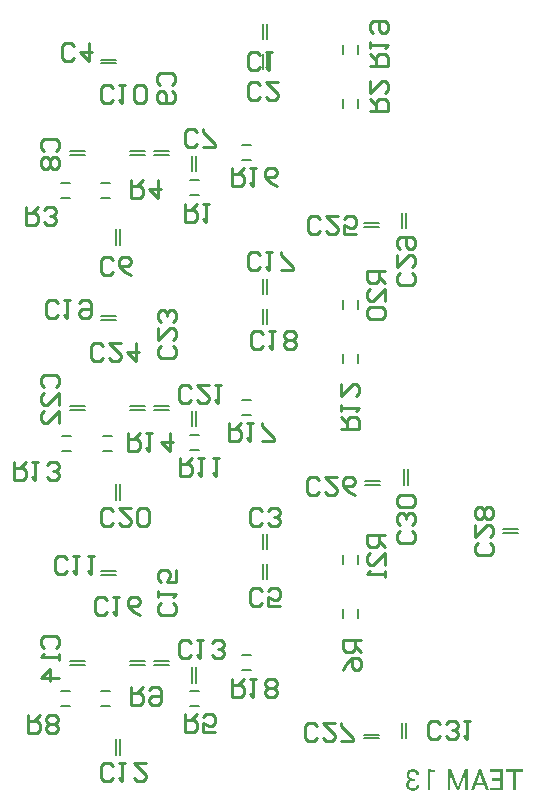
<source format=gbo>
G04 Layer_Color=32896*
%FSLAX44Y44*%
%MOMM*%
G71*
G01*
G75*
%ADD31C,0.2540*%
%ADD32C,0.1270*%
G36*
X478790Y37434D02*
X473021D01*
Y21590D01*
X470619D01*
Y37434D01*
X464762D01*
Y39337D01*
X478790D01*
Y37434D01*
D02*
G37*
G36*
X462243Y21590D02*
X451290D01*
Y23464D01*
X459842D01*
Y29819D01*
X452550D01*
Y31694D01*
X459842D01*
Y37434D01*
X451437D01*
Y39337D01*
X462243D01*
Y21590D01*
D02*
G37*
G36*
X450002D02*
X447542D01*
X445960Y26159D01*
X439254D01*
X437701Y21590D01*
X435241D01*
X441538Y39337D01*
X443588D01*
X450002Y21590D01*
D02*
G37*
G36*
X432664D02*
X430263D01*
Y35325D01*
X430175D01*
X424640Y21590D01*
X422971D01*
X417582Y34886D01*
X417523D01*
Y21590D01*
X415122D01*
Y39337D01*
X418109D01*
X423761Y24899D01*
X423849D01*
X429501Y39337D01*
X432664D01*
Y21590D01*
D02*
G37*
G36*
X404432Y38927D02*
Y37082D01*
X400567Y37112D01*
Y21590D01*
X398165D01*
Y39601D01*
X404432Y38927D01*
D02*
G37*
G36*
X386070Y39572D02*
X386509Y39542D01*
X387300Y39367D01*
X388003Y39162D01*
X388559Y38898D01*
X388823Y38752D01*
X389028Y38635D01*
X389233Y38488D01*
X389379Y38400D01*
X389496Y38312D01*
X389584Y38225D01*
X389643Y38195D01*
X389672Y38166D01*
X389936Y37902D01*
X390170Y37610D01*
X390375Y37346D01*
X390551Y37053D01*
X390814Y36467D01*
X390990Y35940D01*
X391107Y35472D01*
X391136Y35267D01*
Y35091D01*
X391166Y34974D01*
Y34857D01*
Y34798D01*
Y34769D01*
X391136Y34681D01*
X388852D01*
X388823Y35150D01*
X388706Y35559D01*
X388559Y35911D01*
X388383Y36233D01*
X388237Y36497D01*
X388091Y36672D01*
X387974Y36790D01*
X387944Y36819D01*
X387593Y37112D01*
X387212Y37317D01*
X386802Y37492D01*
X386451Y37580D01*
X386129Y37639D01*
X385865Y37697D01*
X385631D01*
X385133Y37668D01*
X384693Y37580D01*
X384342Y37434D01*
X384020Y37287D01*
X383786Y37141D01*
X383639Y36995D01*
X383522Y36907D01*
X383493Y36877D01*
X383258Y36555D01*
X383083Y36204D01*
X382936Y35823D01*
X382848Y35501D01*
X382790Y35179D01*
X382761Y34945D01*
Y34769D01*
Y34739D01*
Y34710D01*
X382790Y34212D01*
X382878Y33744D01*
X382966Y33363D01*
X383083Y33041D01*
X383229Y32777D01*
X383317Y32602D01*
X383405Y32485D01*
X383434Y32455D01*
X383727Y32192D01*
X384049Y31987D01*
X384430Y31869D01*
X384811Y31752D01*
X385133Y31694D01*
X385426Y31665D01*
X387681D01*
Y29819D01*
X385689D01*
X385103Y29790D01*
X384635Y29702D01*
X384196Y29556D01*
X383873Y29409D01*
X383610Y29234D01*
X383434Y29117D01*
X383317Y28999D01*
X383288Y28970D01*
X383024Y28619D01*
X382819Y28238D01*
X382702Y27828D01*
X382585Y27418D01*
X382526Y27067D01*
X382497Y26744D01*
Y26627D01*
Y26569D01*
Y26510D01*
Y26481D01*
X382526Y25954D01*
X382614Y25485D01*
X382761Y25075D01*
X382907Y24753D01*
X383083Y24460D01*
X383200Y24284D01*
X383317Y24138D01*
X383346Y24109D01*
X383668Y23816D01*
X384049Y23582D01*
X384430Y23435D01*
X384781Y23318D01*
X385133Y23259D01*
X385396Y23230D01*
X385572Y23201D01*
X385631D01*
X386158Y23230D01*
X386626Y23347D01*
X387066Y23494D01*
X387417Y23640D01*
X387681Y23816D01*
X387886Y23933D01*
X388003Y24050D01*
X388061Y24079D01*
X388354Y24431D01*
X388588Y24782D01*
X388735Y25163D01*
X388852Y25485D01*
X388911Y25807D01*
X388940Y26042D01*
X388969Y26188D01*
Y26247D01*
X391283D01*
X391312Y26188D01*
Y25778D01*
X391254Y25397D01*
X391166Y25046D01*
X391078Y24724D01*
X390814Y24109D01*
X390492Y23611D01*
X390199Y23201D01*
X389906Y22908D01*
X389789Y22820D01*
X389701Y22732D01*
X389672Y22703D01*
X389643Y22674D01*
X389321Y22439D01*
X388969Y22234D01*
X388296Y21912D01*
X387622Y21678D01*
X386978Y21531D01*
X386451Y21414D01*
X386216Y21385D01*
X386011D01*
X385865Y21356D01*
X385631D01*
X385191Y21385D01*
X384752Y21414D01*
X383961Y21561D01*
X383288Y21795D01*
X382702Y22029D01*
X382468Y22146D01*
X382263Y22264D01*
X382087Y22381D01*
X381911Y22498D01*
X381794Y22586D01*
X381706Y22644D01*
X381677Y22703D01*
X381648D01*
X381384Y22966D01*
X381120Y23259D01*
X380915Y23582D01*
X380740Y23874D01*
X380476Y24519D01*
X380300Y25134D01*
X380183Y25690D01*
X380154Y25924D01*
X380125Y26129D01*
X380095Y26305D01*
Y26422D01*
Y26510D01*
Y26539D01*
X380125Y27096D01*
X380213Y27594D01*
X380330Y28062D01*
X380447Y28443D01*
X380564Y28765D01*
X380681Y28970D01*
X380769Y29117D01*
X380798Y29175D01*
X381091Y29556D01*
X381413Y29878D01*
X381735Y30171D01*
X382058Y30376D01*
X382351Y30552D01*
X382614Y30698D01*
X382761Y30757D01*
X382790Y30786D01*
X382819D01*
X382409Y31020D01*
X382028Y31284D01*
X381735Y31547D01*
X381472Y31811D01*
X381267Y32045D01*
X381120Y32221D01*
X381033Y32338D01*
X381003Y32397D01*
X380798Y32777D01*
X380623Y33187D01*
X380505Y33568D01*
X380447Y33919D01*
X380388Y34212D01*
X380359Y34447D01*
Y34593D01*
Y34652D01*
X380388Y35091D01*
X380418Y35501D01*
X380564Y36262D01*
X380798Y36877D01*
X381062Y37404D01*
X381325Y37815D01*
X381530Y38107D01*
X381706Y38283D01*
X381735Y38342D01*
X381765D01*
X382028Y38576D01*
X382321Y38752D01*
X382966Y39074D01*
X383610Y39308D01*
X384225Y39455D01*
X384781Y39542D01*
X385016Y39572D01*
X385221D01*
X385396Y39601D01*
X385631D01*
X386070Y39572D01*
D02*
G37*
%LPC*%
G36*
X442621Y35794D02*
X442534D01*
X439957Y28150D01*
X445257D01*
X442621Y35794D01*
D02*
G37*
%LPD*%
D31*
X361950Y237490D02*
X346715D01*
Y229872D01*
X349254Y227333D01*
X354333D01*
X356872Y229872D01*
Y237490D01*
Y232412D02*
X361950Y227333D01*
Y212098D02*
Y222255D01*
X351793Y212098D01*
X349254D01*
X346715Y214637D01*
Y219716D01*
X349254Y222255D01*
X361950Y207020D02*
Y201942D01*
Y204481D01*
X346715D01*
X349254Y207020D01*
X361950Y461010D02*
X346715D01*
Y453392D01*
X349254Y450853D01*
X354333D01*
X356872Y453392D01*
Y461010D01*
Y455932D02*
X361950Y450853D01*
Y435618D02*
Y445775D01*
X351793Y435618D01*
X349254D01*
X346715Y438157D01*
Y443236D01*
X349254Y445775D01*
Y430540D02*
X346715Y428001D01*
Y422922D01*
X349254Y420383D01*
X359411D01*
X361950Y422922D01*
Y428001D01*
X359411Y430540D01*
X349254D01*
X349377Y635127D02*
X364612D01*
Y642745D01*
X362073Y645284D01*
X356995D01*
X354455Y642745D01*
Y635127D01*
Y640205D02*
X349377Y645284D01*
Y650362D02*
Y655440D01*
Y652901D01*
X364612D01*
X362073Y650362D01*
X351916Y663058D02*
X349377Y665597D01*
Y670676D01*
X351916Y673215D01*
X362073D01*
X364612Y670676D01*
Y665597D01*
X362073Y663058D01*
X359534D01*
X356995Y665597D01*
Y673215D01*
X232410Y115570D02*
Y100335D01*
X240028D01*
X242567Y102874D01*
Y107952D01*
X240028Y110492D01*
X232410D01*
X237488D02*
X242567Y115570D01*
X247645D02*
X252723D01*
X250184D01*
Y100335D01*
X247645Y102874D01*
X260341D02*
X262880Y100335D01*
X267959D01*
X270498Y102874D01*
Y105413D01*
X267959Y107952D01*
X270498Y110492D01*
Y113031D01*
X267959Y115570D01*
X262880D01*
X260341Y113031D01*
Y110492D01*
X262880Y107952D01*
X260341Y105413D01*
Y102874D01*
X262880Y107952D02*
X267959D01*
X229870Y332740D02*
Y317505D01*
X237488D01*
X240027Y320044D01*
Y325122D01*
X237488Y327662D01*
X229870D01*
X234948D02*
X240027Y332740D01*
X245105D02*
X250183D01*
X247644D01*
Y317505D01*
X245105Y320044D01*
X257801Y317505D02*
X267958D01*
Y320044D01*
X257801Y330201D01*
Y332740D01*
X232410Y548640D02*
Y533405D01*
X240028D01*
X242567Y535944D01*
Y541022D01*
X240028Y543562D01*
X232410D01*
X237488D02*
X242567Y548640D01*
X247645D02*
X252723D01*
X250184D01*
Y533405D01*
X247645Y535944D01*
X270498Y533405D02*
X265419Y535944D01*
X260341Y541022D01*
Y546101D01*
X262880Y548640D01*
X267959D01*
X270498Y546101D01*
Y543562D01*
X267959Y541022D01*
X260341D01*
X144780Y323850D02*
Y308615D01*
X152397D01*
X154937Y311154D01*
Y316232D01*
X152397Y318772D01*
X144780D01*
X149858D02*
X154937Y323850D01*
X160015D02*
X165093D01*
X162554D01*
Y308615D01*
X160015Y311154D01*
X180329Y323850D02*
Y308615D01*
X172711Y316232D01*
X182868D01*
X48260Y299720D02*
Y284485D01*
X55877D01*
X58417Y287024D01*
Y292103D01*
X55877Y294642D01*
X48260D01*
X53338D02*
X58417Y299720D01*
X63495D02*
X68573D01*
X66034D01*
Y284485D01*
X63495Y287024D01*
X76191D02*
X78730Y284485D01*
X83808D01*
X86348Y287024D01*
Y289563D01*
X83808Y292103D01*
X81269D01*
X83808D01*
X86348Y294642D01*
Y297181D01*
X83808Y299720D01*
X78730D01*
X76191Y297181D01*
X325120Y327660D02*
X340355D01*
Y335277D01*
X337816Y337817D01*
X332738D01*
X330198Y335277D01*
Y327660D01*
Y332738D02*
X325120Y337817D01*
Y342895D02*
Y347973D01*
Y345434D01*
X340355D01*
X337816Y342895D01*
X325120Y365748D02*
Y355591D01*
X335277Y365748D01*
X337816D01*
X340355Y363209D01*
Y358130D01*
X337816Y355591D01*
X188810Y303385D02*
Y288150D01*
X196428D01*
X198967Y290689D01*
Y295767D01*
X196428Y298307D01*
X188810D01*
X193889D02*
X198967Y303385D01*
X204046D02*
X209124D01*
X206585D01*
Y288150D01*
X204046Y290689D01*
X216741Y303385D02*
X221820D01*
X219280D01*
Y288150D01*
X216741Y290689D01*
X147320Y109220D02*
Y93985D01*
X154937D01*
X157477Y96524D01*
Y101602D01*
X154937Y104142D01*
X147320D01*
X152398D02*
X157477Y109220D01*
X162555Y106681D02*
X165094Y109220D01*
X170173D01*
X172712Y106681D01*
Y96524D01*
X170173Y93985D01*
X165094D01*
X162555Y96524D01*
Y99063D01*
X165094Y101602D01*
X172712D01*
X59690Y85090D02*
Y69855D01*
X67308D01*
X69847Y72394D01*
Y77473D01*
X67308Y80012D01*
X59690D01*
X64768D02*
X69847Y85090D01*
X74925Y72394D02*
X77464Y69855D01*
X82543D01*
X85082Y72394D01*
Y74933D01*
X82543Y77473D01*
X85082Y80012D01*
Y82551D01*
X82543Y85090D01*
X77464D01*
X74925Y82551D01*
Y80012D01*
X77464Y77473D01*
X74925Y74933D01*
Y72394D01*
X77464Y77473D02*
X82543D01*
X341630Y148590D02*
X326395D01*
Y140972D01*
X328934Y138433D01*
X334012D01*
X336552Y140972D01*
Y148590D01*
Y143512D02*
X341630Y138433D01*
X326395Y123198D02*
X328934Y128277D01*
X334012Y133355D01*
X339091D01*
X341630Y130816D01*
Y125737D01*
X339091Y123198D01*
X336552D01*
X334012Y125737D01*
Y133355D01*
X193040Y86360D02*
Y71125D01*
X200658D01*
X203197Y73664D01*
Y78742D01*
X200658Y81282D01*
X193040D01*
X198118D02*
X203197Y86360D01*
X218432Y71125D02*
X208275D01*
Y78742D01*
X213353Y76203D01*
X215893D01*
X218432Y78742D01*
Y83821D01*
X215893Y86360D01*
X210814D01*
X208275Y83821D01*
X147320Y538480D02*
Y523245D01*
X154937D01*
X157477Y525784D01*
Y530863D01*
X154937Y533402D01*
X147320D01*
X152398D02*
X157477Y538480D01*
X170173D02*
Y523245D01*
X162555Y530863D01*
X172712D01*
X58420Y515620D02*
Y500385D01*
X66038D01*
X68577Y502924D01*
Y508003D01*
X66038Y510542D01*
X58420D01*
X63498D02*
X68577Y515620D01*
X73655Y502924D02*
X76194Y500385D01*
X81273D01*
X83812Y502924D01*
Y505463D01*
X81273Y508003D01*
X78733D01*
X81273D01*
X83812Y510542D01*
Y513081D01*
X81273Y515620D01*
X76194D01*
X73655Y513081D01*
X349250Y596900D02*
X364485D01*
Y604518D01*
X361946Y607057D01*
X356867D01*
X354328Y604518D01*
Y596900D01*
Y601978D02*
X349250Y607057D01*
Y622292D02*
Y612135D01*
X359407Y622292D01*
X361946D01*
X364485Y619753D01*
Y614674D01*
X361946Y612135D01*
X193040Y518160D02*
Y502925D01*
X200658D01*
X203197Y505464D01*
Y510542D01*
X200658Y513082D01*
X193040D01*
X198118D02*
X203197Y518160D01*
X208275D02*
X213353D01*
X210814D01*
Y502925D01*
X208275Y505464D01*
X408937Y67314D02*
X406398Y64775D01*
X401319D01*
X398780Y67314D01*
Y77471D01*
X401319Y80010D01*
X406398D01*
X408937Y77471D01*
X414015Y67314D02*
X416554Y64775D01*
X421633D01*
X424172Y67314D01*
Y69853D01*
X421633Y72393D01*
X419093D01*
X421633D01*
X424172Y74932D01*
Y77471D01*
X421633Y80010D01*
X416554D01*
X414015Y77471D01*
X429250Y80010D02*
X434328D01*
X431789D01*
Y64775D01*
X429250Y67314D01*
X384806Y241297D02*
X387345Y238757D01*
Y233679D01*
X384806Y231140D01*
X374649D01*
X372110Y233679D01*
Y238757D01*
X374649Y241297D01*
X384806Y246375D02*
X387345Y248914D01*
Y253993D01*
X384806Y256532D01*
X382267D01*
X379728Y253993D01*
Y251453D01*
Y253993D01*
X377188Y256532D01*
X374649D01*
X372110Y253993D01*
Y248914D01*
X374649Y246375D01*
X384806Y261610D02*
X387345Y264149D01*
Y269228D01*
X384806Y271767D01*
X374649D01*
X372110Y269228D01*
Y264149D01*
X374649Y261610D01*
X384806D01*
Y459737D02*
X387345Y457197D01*
Y452119D01*
X384806Y449580D01*
X374649D01*
X372110Y452119D01*
Y457197D01*
X374649Y459737D01*
X372110Y474972D02*
Y464815D01*
X382267Y474972D01*
X384806D01*
X387345Y472433D01*
Y467354D01*
X384806Y464815D01*
X374649Y480050D02*
X372110Y482589D01*
Y487668D01*
X374649Y490207D01*
X384806D01*
X387345Y487668D01*
Y482589D01*
X384806Y480050D01*
X382267D01*
X379728Y482589D01*
Y490207D01*
X450846Y231137D02*
X453385Y228598D01*
Y223519D01*
X450846Y220980D01*
X440689D01*
X438150Y223519D01*
Y228598D01*
X440689Y231137D01*
X438150Y246372D02*
Y236215D01*
X448307Y246372D01*
X450846D01*
X453385Y243833D01*
Y238754D01*
X450846Y236215D01*
Y251450D02*
X453385Y253989D01*
Y259068D01*
X450846Y261607D01*
X448307D01*
X445768Y259068D01*
X443228Y261607D01*
X440689D01*
X438150Y259068D01*
Y253989D01*
X440689Y251450D01*
X443228D01*
X445768Y253989D01*
X448307Y251450D01*
X450846D01*
X445768Y253989D02*
Y259068D01*
X304797Y66044D02*
X302257Y63505D01*
X297179D01*
X294640Y66044D01*
Y76201D01*
X297179Y78740D01*
X302257D01*
X304797Y76201D01*
X320032Y78740D02*
X309875D01*
X320032Y68583D01*
Y66044D01*
X317493Y63505D01*
X312414D01*
X309875Y66044D01*
X325110Y63505D02*
X335267D01*
Y66044D01*
X325110Y76201D01*
Y78740D01*
X306067Y274324D02*
X303528Y271785D01*
X298449D01*
X295910Y274324D01*
Y284481D01*
X298449Y287020D01*
X303528D01*
X306067Y284481D01*
X321302Y287020D02*
X311145D01*
X321302Y276863D01*
Y274324D01*
X318763Y271785D01*
X313684D01*
X311145Y274324D01*
X336537Y271785D02*
X331459Y274324D01*
X326380Y279403D01*
Y284481D01*
X328919Y287020D01*
X333998D01*
X336537Y284481D01*
Y281942D01*
X333998Y279403D01*
X326380D01*
X307337Y495304D02*
X304797Y492765D01*
X299719D01*
X297180Y495304D01*
Y505461D01*
X299719Y508000D01*
X304797D01*
X307337Y505461D01*
X322572Y508000D02*
X312415D01*
X322572Y497843D01*
Y495304D01*
X320033Y492765D01*
X314954D01*
X312415Y495304D01*
X337807Y492765D02*
X327650D01*
Y500382D01*
X332729Y497843D01*
X335268D01*
X337807Y500382D01*
Y505461D01*
X335268Y508000D01*
X330189D01*
X327650Y505461D01*
X123187Y387354D02*
X120647Y384815D01*
X115569D01*
X113030Y387354D01*
Y397511D01*
X115569Y400050D01*
X120647D01*
X123187Y397511D01*
X138422Y400050D02*
X128265D01*
X138422Y389893D01*
Y387354D01*
X135883Y384815D01*
X130804D01*
X128265Y387354D01*
X151118Y400050D02*
Y384815D01*
X143500Y392433D01*
X153657D01*
X182876Y397507D02*
X185415Y394967D01*
Y389889D01*
X182876Y387350D01*
X172719D01*
X170180Y389889D01*
Y394967D01*
X172719Y397507D01*
X170180Y412742D02*
Y402585D01*
X180337Y412742D01*
X182876D01*
X185415Y410203D01*
Y405124D01*
X182876Y402585D01*
Y417820D02*
X185415Y420359D01*
Y425438D01*
X182876Y427977D01*
X180337D01*
X177798Y425438D01*
Y422898D01*
Y425438D01*
X175258Y427977D01*
X172719D01*
X170180Y425438D01*
Y420359D01*
X172719Y417820D01*
X73664Y363223D02*
X71125Y365762D01*
Y370841D01*
X73664Y373380D01*
X83821D01*
X86360Y370841D01*
Y365762D01*
X83821Y363223D01*
X86360Y347988D02*
Y358145D01*
X76203Y347988D01*
X73664D01*
X71125Y350527D01*
Y355606D01*
X73664Y358145D01*
X86360Y332753D02*
Y342910D01*
X76203Y332753D01*
X73664D01*
X71125Y335292D01*
Y340371D01*
X73664Y342910D01*
X198117Y351794D02*
X195578Y349255D01*
X190499D01*
X187960Y351794D01*
Y361951D01*
X190499Y364490D01*
X195578D01*
X198117Y361951D01*
X213352Y364490D02*
X203195D01*
X213352Y354333D01*
Y351794D01*
X210813Y349255D01*
X205734D01*
X203195Y351794D01*
X218430Y364490D02*
X223508D01*
X220969D01*
Y349255D01*
X218430Y351794D01*
X132077Y247654D02*
X129537Y245115D01*
X124459D01*
X121920Y247654D01*
Y257811D01*
X124459Y260350D01*
X129537D01*
X132077Y257811D01*
X147312Y260350D02*
X137155D01*
X147312Y250193D01*
Y247654D01*
X144773Y245115D01*
X139694D01*
X137155Y247654D01*
X152390D02*
X154929Y245115D01*
X160008D01*
X162547Y247654D01*
Y257811D01*
X160008Y260350D01*
X154929D01*
X152390Y257811D01*
Y247654D01*
X85087Y424184D02*
X82548Y421645D01*
X77469D01*
X74930Y424184D01*
Y434341D01*
X77469Y436880D01*
X82548D01*
X85087Y434341D01*
X90165Y436880D02*
X95243D01*
X92704D01*
Y421645D01*
X90165Y424184D01*
X102861Y434341D02*
X105400Y436880D01*
X110478D01*
X113018Y434341D01*
Y424184D01*
X110478Y421645D01*
X105400D01*
X102861Y424184D01*
Y426723D01*
X105400Y429263D01*
X113018D01*
X259077Y397514D02*
X256537Y394975D01*
X251459D01*
X248920Y397514D01*
Y407671D01*
X251459Y410210D01*
X256537D01*
X259077Y407671D01*
X264155Y410210D02*
X269233D01*
X266694D01*
Y394975D01*
X264155Y397514D01*
X276851D02*
X279390Y394975D01*
X284468D01*
X287008Y397514D01*
Y400053D01*
X284468Y402593D01*
X287008Y405132D01*
Y407671D01*
X284468Y410210D01*
X279390D01*
X276851Y407671D01*
Y405132D01*
X279390Y402593D01*
X276851Y400053D01*
Y397514D01*
X279390Y402593D02*
X284468D01*
X256537Y464824D02*
X253997Y462285D01*
X248919D01*
X246380Y464824D01*
Y474981D01*
X248919Y477520D01*
X253997D01*
X256537Y474981D01*
X261615Y477520D02*
X266693D01*
X264154D01*
Y462285D01*
X261615Y464824D01*
X274311Y462285D02*
X284468D01*
Y464824D01*
X274311Y474981D01*
Y477520D01*
X126997Y172724D02*
X124458Y170185D01*
X119379D01*
X116840Y172724D01*
Y182881D01*
X119379Y185420D01*
X124458D01*
X126997Y182881D01*
X132075Y185420D02*
X137153D01*
X134614D01*
Y170185D01*
X132075Y172724D01*
X154928Y170185D02*
X149849Y172724D01*
X144771Y177803D01*
Y182881D01*
X147310Y185420D01*
X152388D01*
X154928Y182881D01*
Y180342D01*
X152388Y177803D01*
X144771D01*
X182876Y180337D02*
X185415Y177798D01*
Y172719D01*
X182876Y170180D01*
X172719D01*
X170180Y172719D01*
Y177798D01*
X172719Y180337D01*
X170180Y185415D02*
Y190493D01*
Y187954D01*
X185415D01*
X182876Y185415D01*
X185415Y208268D02*
Y198111D01*
X177798D01*
X180337Y203189D01*
Y205728D01*
X177798Y208268D01*
X172719D01*
X170180Y205728D01*
Y200650D01*
X172719Y198111D01*
X73664Y142243D02*
X71125Y144782D01*
Y149861D01*
X73664Y152400D01*
X83821D01*
X86360Y149861D01*
Y144782D01*
X83821Y142243D01*
X86360Y137165D02*
Y132087D01*
Y134626D01*
X71125D01*
X73664Y137165D01*
X86360Y116852D02*
X71125D01*
X78742Y124469D01*
Y114312D01*
X198117Y135894D02*
X195578Y133355D01*
X190499D01*
X187960Y135894D01*
Y146051D01*
X190499Y148590D01*
X195578D01*
X198117Y146051D01*
X203195Y148590D02*
X208273D01*
X205734D01*
Y133355D01*
X203195Y135894D01*
X215891D02*
X218430Y133355D01*
X223508D01*
X226048Y135894D01*
Y138433D01*
X223508Y140972D01*
X220969D01*
X223508D01*
X226048Y143512D01*
Y146051D01*
X223508Y148590D01*
X218430D01*
X215891Y146051D01*
X132077Y31754D02*
X129537Y29215D01*
X124459D01*
X121920Y31754D01*
Y41911D01*
X124459Y44450D01*
X129537D01*
X132077Y41911D01*
X137155Y44450D02*
X142233D01*
X139694D01*
Y29215D01*
X137155Y31754D01*
X160008Y44450D02*
X149851D01*
X160008Y34293D01*
Y31754D01*
X157469Y29215D01*
X152390D01*
X149851Y31754D01*
X92707Y207014D02*
X90168Y204475D01*
X85089D01*
X82550Y207014D01*
Y217171D01*
X85089Y219710D01*
X90168D01*
X92707Y217171D01*
X97785Y219710D02*
X102863D01*
X100324D01*
Y204475D01*
X97785Y207014D01*
X110481Y219710D02*
X115559D01*
X113020D01*
Y204475D01*
X110481Y207014D01*
X132077Y605794D02*
X129537Y603255D01*
X124459D01*
X121920Y605794D01*
Y615951D01*
X124459Y618490D01*
X129537D01*
X132077Y615951D01*
X137155Y618490D02*
X142233D01*
X139694D01*
Y603255D01*
X137155Y605794D01*
X149851D02*
X152390Y603255D01*
X157469D01*
X160008Y605794D01*
Y615951D01*
X157469Y618490D01*
X152390D01*
X149851Y615951D01*
Y605794D01*
X171454Y618493D02*
X168915Y621032D01*
Y626111D01*
X171454Y628650D01*
X181611D01*
X184150Y626111D01*
Y621032D01*
X181611Y618493D01*
Y613415D02*
X184150Y610876D01*
Y605797D01*
X181611Y603258D01*
X171454D01*
X168915Y605797D01*
Y610876D01*
X171454Y613415D01*
X173993D01*
X176532Y610876D01*
Y603258D01*
X73664Y562613D02*
X71125Y565153D01*
Y570231D01*
X73664Y572770D01*
X83821D01*
X86360Y570231D01*
Y565153D01*
X83821Y562613D01*
X73664Y557535D02*
X71125Y554996D01*
Y549917D01*
X73664Y547378D01*
X76203D01*
X78742Y549917D01*
X81282Y547378D01*
X83821D01*
X86360Y549917D01*
Y554996D01*
X83821Y557535D01*
X81282D01*
X78742Y554996D01*
X76203Y557535D01*
X73664D01*
X78742Y554996D02*
Y549917D01*
X203197Y568964D02*
X200658Y566425D01*
X195579D01*
X193040Y568964D01*
Y579121D01*
X195579Y581660D01*
X200658D01*
X203197Y579121D01*
X208275Y566425D02*
X218432D01*
Y568964D01*
X208275Y579121D01*
Y581660D01*
X132204Y460379D02*
X129664Y457840D01*
X124586D01*
X122047Y460379D01*
Y470536D01*
X124586Y473075D01*
X129664D01*
X132204Y470536D01*
X147439Y457840D02*
X142360Y460379D01*
X137282Y465457D01*
Y470536D01*
X139821Y473075D01*
X144900D01*
X147439Y470536D01*
Y467997D01*
X144900Y465457D01*
X137282D01*
X257807Y180344D02*
X255268Y177805D01*
X250189D01*
X247650Y180344D01*
Y190501D01*
X250189Y193040D01*
X255268D01*
X257807Y190501D01*
X273042Y177805D02*
X262885D01*
Y185422D01*
X267963Y182883D01*
X270503D01*
X273042Y185422D01*
Y190501D01*
X270503Y193040D01*
X265424D01*
X262885Y190501D01*
X99057Y641354D02*
X96517Y638815D01*
X91439D01*
X88900Y641354D01*
Y651511D01*
X91439Y654050D01*
X96517D01*
X99057Y651511D01*
X111753Y654050D02*
Y638815D01*
X104135Y646432D01*
X114292D01*
X257807Y247654D02*
X255268Y245115D01*
X250189D01*
X247650Y247654D01*
Y257811D01*
X250189Y260350D01*
X255268D01*
X257807Y257811D01*
X262885Y247654D02*
X265424Y245115D01*
X270503D01*
X273042Y247654D01*
Y250193D01*
X270503Y252733D01*
X267963D01*
X270503D01*
X273042Y255272D01*
Y257811D01*
X270503Y260350D01*
X265424D01*
X262885Y257811D01*
X256664Y608969D02*
X254125Y606430D01*
X249046D01*
X246507Y608969D01*
Y619126D01*
X249046Y621665D01*
X254125D01*
X256664Y619126D01*
X271899Y621665D02*
X261742D01*
X271899Y611508D01*
Y608969D01*
X269360Y606430D01*
X264281D01*
X261742Y608969D01*
X256664Y634369D02*
X254125Y631830D01*
X249046D01*
X246507Y634369D01*
Y644526D01*
X249046Y647065D01*
X254125D01*
X256664Y644526D01*
X261742Y647065D02*
X266820D01*
X264281D01*
Y631830D01*
X261742Y634369D01*
D32*
X344008Y65814D02*
X357032D01*
X344008Y68806D02*
X357032D01*
X379956Y65878D02*
Y78902D01*
X376964Y65878D02*
Y78902D01*
X339090Y213360D02*
Y220980D01*
X326390Y213360D02*
Y220980D01*
Y167640D02*
Y175260D01*
X339090Y167640D02*
Y175260D01*
X261846Y200498D02*
Y213522D01*
X258854Y200498D02*
Y213522D01*
X261846Y225898D02*
Y238922D01*
X258854Y225898D02*
Y238922D01*
X241300Y135890D02*
X248920D01*
X241300Y123190D02*
X248920D01*
X199164Y112868D02*
Y125892D01*
X202156Y112868D02*
Y125892D01*
X196850Y105410D02*
X204470D01*
X196850Y92710D02*
X204470D01*
X145888Y128044D02*
X158912D01*
X145888Y131036D02*
X158912D01*
X166208Y128044D02*
X179232D01*
X166208Y131036D02*
X179232D01*
X137386Y51908D02*
Y64932D01*
X134394Y51908D02*
Y64932D01*
X121920Y92710D02*
X129540D01*
X121920Y105410D02*
X129540D01*
X87630D02*
X95250D01*
X87630Y92710D02*
X95250D01*
X95088Y128044D02*
X108112D01*
X95088Y131036D02*
X108112D01*
X121758Y207236D02*
X134782D01*
X121758Y204244D02*
X134782D01*
X381226Y280508D02*
Y293532D01*
X378234Y280508D02*
Y293532D01*
X345278Y280444D02*
X358302D01*
X345278Y283436D02*
X358302D01*
X326390Y383540D02*
Y391160D01*
X339090Y383540D02*
Y391160D01*
Y429260D02*
Y436880D01*
X326390Y429260D02*
Y436880D01*
X241300Y351790D02*
X248920D01*
X241300Y339090D02*
X248920D01*
X261846Y441798D02*
Y454822D01*
X258854Y441798D02*
Y454822D01*
X261846Y416398D02*
Y429422D01*
X258854Y416398D02*
Y429422D01*
X137386Y267808D02*
Y280832D01*
X134394Y267808D02*
Y280832D01*
X196850Y322580D02*
X204470D01*
X196850Y309880D02*
X204470D01*
X199164Y330038D02*
Y343062D01*
X202156Y330038D02*
Y343062D01*
X145888Y343944D02*
X158912D01*
X145888Y346936D02*
X158912D01*
X166208Y343944D02*
X179232D01*
X166208Y346936D02*
X179232D01*
X95088Y343944D02*
X108112D01*
X95088Y346936D02*
X108112D01*
X121758Y423136D02*
X134782D01*
X121758Y420144D02*
X134782D01*
X88900Y321310D02*
X96520D01*
X88900Y308610D02*
X96520D01*
X123190D02*
X130810D01*
X123190Y321310D02*
X130810D01*
X462118Y239804D02*
X475142D01*
X462118Y242796D02*
X475142D01*
X344008Y498884D02*
X357032D01*
X344008Y501876D02*
X357032D01*
X241300Y567690D02*
X248920D01*
X241300Y554990D02*
X248920D01*
X379956Y497678D02*
Y510702D01*
X376964Y497678D02*
Y510702D01*
X339090Y645160D02*
Y652780D01*
X326390Y645160D02*
Y652780D01*
X196850Y538480D02*
X204470D01*
X196850Y525780D02*
X204470D01*
X261846Y657698D02*
Y670722D01*
X258854Y657698D02*
Y670722D01*
X199164Y545938D02*
Y558962D01*
X202156Y545938D02*
Y558962D01*
X137386Y483708D02*
Y496732D01*
X134394Y483708D02*
Y496732D01*
X121920Y523240D02*
X129540D01*
X121920Y535940D02*
X129540D01*
X326390Y599440D02*
Y607060D01*
X339090Y599440D02*
Y607060D01*
X261846Y632298D02*
Y645322D01*
X258854Y632298D02*
Y645322D01*
X87630Y535940D02*
X95250D01*
X87630Y523240D02*
X95250D01*
X95088Y559844D02*
X108112D01*
X95088Y562836D02*
X108112D01*
X145888Y559844D02*
X158912D01*
X145888Y562836D02*
X158912D01*
X166208Y559844D02*
X179232D01*
X166208Y562836D02*
X179232D01*
X121758Y640306D02*
X134782D01*
X121758Y637314D02*
X134782D01*
M02*

</source>
